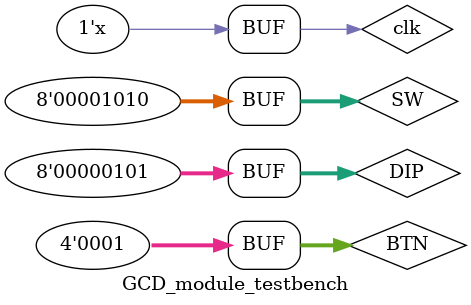
<source format=v>
`timescale 1ns / 1ps


module GCD_module_testbench;

	// Inputs
	reg [7:0] SW;
	reg clk;
	reg [3:0] BTN;
	reg [7:0] DIP;

	// Outputs
	wire [9:0] LED;

	// Instantiate the Unit Under Test (UUT)
	GCD_module uut (
		.LED(LED), 
		.SW(SW), 
		.clk(clk), 
		.BTN(BTN), 
		.DIP(DIP)
	);
	
	// Clock generator.
	always begin
		clk = ~clk;
		#10;
	end

	initial begin
		// Initialize Inputs
		SW = 0;
		clk = 0;
		BTN = 0;
		DIP = 0;

		// Wait 100 ns for global reset to finish
		SW = 10;
		DIP = 5;
		BTN = 8;
		#50;
		BTN = 1;
		
		#100;
        
		// Add stimulus here

	end
      
endmodule


</source>
